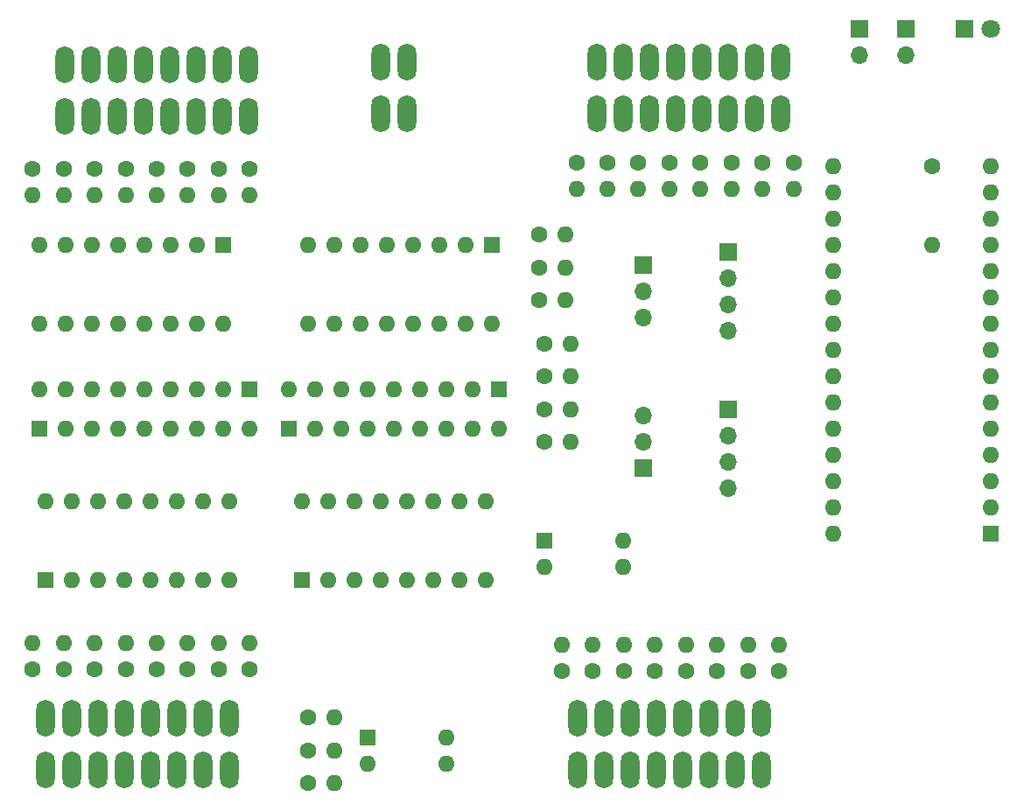
<source format=gbr>
%TF.GenerationSoftware,KiCad,Pcbnew,5.1.8-db9833491~88~ubuntu18.04.1*%
%TF.CreationDate,2021-01-18T16:59:19+01:00*%
%TF.ProjectId,Mqtt32input,4d717474-3332-4696-9e70-75742e6b6963,rev?*%
%TF.SameCoordinates,Original*%
%TF.FileFunction,Soldermask,Top*%
%TF.FilePolarity,Negative*%
%FSLAX46Y46*%
G04 Gerber Fmt 4.6, Leading zero omitted, Abs format (unit mm)*
G04 Created by KiCad (PCBNEW 5.1.8-db9833491~88~ubuntu18.04.1) date 2021-01-18 16:59:19*
%MOMM*%
%LPD*%
G01*
G04 APERTURE LIST*
%ADD10O,1.600000X1.600000*%
%ADD11C,1.600000*%
%ADD12O,1.700000X1.700000*%
%ADD13R,1.700000X1.700000*%
%ADD14O,1.800000X3.600000*%
%ADD15R,1.600000X1.600000*%
%ADD16R,1.800000X1.800000*%
%ADD17C,1.800000*%
G04 APERTURE END LIST*
D10*
%TO.C,RIN32*%
X125800000Y-85460000D03*
D11*
X125800000Y-88000000D03*
%TD*%
D10*
%TO.C,RIN31*%
X122800000Y-85460000D03*
D11*
X122800000Y-88000000D03*
%TD*%
D10*
%TO.C,RIN30*%
X119800000Y-85460000D03*
D11*
X119800000Y-88000000D03*
%TD*%
D10*
%TO.C,RIN29*%
X116800000Y-85460000D03*
D11*
X116800000Y-88000000D03*
%TD*%
D10*
%TO.C,RIN28*%
X113800000Y-85460000D03*
D11*
X113800000Y-88000000D03*
%TD*%
D10*
%TO.C,RIN27*%
X110800000Y-85460000D03*
D11*
X110800000Y-88000000D03*
%TD*%
D10*
%TO.C,RIN26*%
X107800000Y-85460000D03*
D11*
X107800000Y-88000000D03*
%TD*%
D10*
%TO.C,RIN25*%
X104800000Y-85460000D03*
D11*
X104800000Y-88000000D03*
%TD*%
D10*
%TO.C,RIN24*%
X177000000Y-85660000D03*
D11*
X177000000Y-88200000D03*
%TD*%
D10*
%TO.C,RIN23*%
X174000000Y-85660000D03*
D11*
X174000000Y-88200000D03*
%TD*%
D10*
%TO.C,RIN22*%
X171000000Y-85660000D03*
D11*
X171000000Y-88200000D03*
%TD*%
D10*
%TO.C,RIN21*%
X168000000Y-85660000D03*
D11*
X168000000Y-88200000D03*
%TD*%
D10*
%TO.C,RIN20*%
X165000000Y-85660000D03*
D11*
X165000000Y-88200000D03*
%TD*%
D10*
%TO.C,RIN19*%
X162000000Y-85660000D03*
D11*
X162000000Y-88200000D03*
%TD*%
D10*
%TO.C,RIN18*%
X159000000Y-85660000D03*
D11*
X159000000Y-88200000D03*
%TD*%
D10*
%TO.C,RIN17*%
X156000000Y-85660000D03*
D11*
X156000000Y-88200000D03*
%TD*%
D10*
%TO.C,RIN16*%
X157400000Y-41540000D03*
D11*
X157400000Y-39000000D03*
%TD*%
D10*
%TO.C,RIN15*%
X160400000Y-41540000D03*
D11*
X160400000Y-39000000D03*
%TD*%
D10*
%TO.C,RIN14*%
X163400000Y-41540000D03*
D11*
X163400000Y-39000000D03*
%TD*%
D10*
%TO.C,RIN13*%
X166400000Y-41540000D03*
D11*
X166400000Y-39000000D03*
%TD*%
D10*
%TO.C,RIN12*%
X169400000Y-41540000D03*
D11*
X169400000Y-39000000D03*
%TD*%
D10*
%TO.C,RIN11*%
X172400000Y-41540000D03*
D11*
X172400000Y-39000000D03*
%TD*%
D10*
%TO.C,RIN10*%
X175400000Y-41540000D03*
D11*
X175400000Y-39000000D03*
%TD*%
D10*
%TO.C,RIN9*%
X178400000Y-41540000D03*
D11*
X178400000Y-39000000D03*
%TD*%
D10*
%TO.C,RIN8*%
X104800000Y-42140000D03*
D11*
X104800000Y-39600000D03*
%TD*%
D10*
%TO.C,RIN7*%
X107800000Y-42140000D03*
D11*
X107800000Y-39600000D03*
%TD*%
D10*
%TO.C,RIN6*%
X110800000Y-42140000D03*
D11*
X110800000Y-39600000D03*
%TD*%
D10*
%TO.C,RIN5*%
X113800000Y-42140000D03*
D11*
X113800000Y-39600000D03*
%TD*%
D10*
%TO.C,RIN4*%
X116800000Y-42140000D03*
D11*
X116800000Y-39600000D03*
%TD*%
D10*
%TO.C,RIN3*%
X119800000Y-42140000D03*
D11*
X119800000Y-39600000D03*
%TD*%
D10*
%TO.C,RIN2*%
X122800000Y-42140000D03*
D11*
X122800000Y-39600000D03*
%TD*%
D10*
%TO.C,RIN1*%
X125800000Y-42140000D03*
D11*
X125800000Y-39600000D03*
%TD*%
D12*
%TO.C,J8*%
X163830000Y-63500000D03*
X163830000Y-66040000D03*
D13*
X163830000Y-68580000D03*
%TD*%
D12*
%TO.C,J7*%
X163830000Y-53975000D03*
X163830000Y-51435000D03*
D13*
X163830000Y-48895000D03*
%TD*%
D14*
%TO.C,J4*%
X177165000Y-34250000D03*
X177165000Y-29250000D03*
X174625000Y-34250000D03*
X174625000Y-29250000D03*
X172085000Y-34250000D03*
X172085000Y-29250000D03*
X169545000Y-34250000D03*
X169545000Y-29250000D03*
X167005000Y-34250000D03*
X167005000Y-29250000D03*
X164465000Y-34250000D03*
X164465000Y-29250000D03*
X161925000Y-34250000D03*
X161925000Y-29250000D03*
X159385000Y-34250000D03*
X159385000Y-29250000D03*
%TD*%
D10*
%TO.C,U3*%
X130810000Y-71755000D03*
X148590000Y-79375000D03*
X133350000Y-71755000D03*
X146050000Y-79375000D03*
X135890000Y-71755000D03*
X143510000Y-79375000D03*
X138430000Y-71755000D03*
X140970000Y-79375000D03*
X140970000Y-71755000D03*
X138430000Y-79375000D03*
X143510000Y-71755000D03*
X135890000Y-79375000D03*
X146050000Y-71755000D03*
X133350000Y-79375000D03*
X148590000Y-71755000D03*
D15*
X130810000Y-79375000D03*
%TD*%
D10*
%TO.C,U1*%
X123190000Y-54610000D03*
X105410000Y-46990000D03*
X120650000Y-54610000D03*
X107950000Y-46990000D03*
X118110000Y-54610000D03*
X110490000Y-46990000D03*
X115570000Y-54610000D03*
X113030000Y-46990000D03*
X113030000Y-54610000D03*
X115570000Y-46990000D03*
X110490000Y-54610000D03*
X118110000Y-46990000D03*
X107950000Y-54610000D03*
X120650000Y-46990000D03*
X105410000Y-54610000D03*
D15*
X123190000Y-46990000D03*
%TD*%
D10*
%TO.C,SW2*%
X161925000Y-75565000D03*
X154305000Y-78105000D03*
X161925000Y-78105000D03*
D15*
X154305000Y-75565000D03*
%TD*%
D10*
%TO.C,RN10*%
X125730000Y-64770000D03*
X123190000Y-64770000D03*
X120650000Y-64770000D03*
X118110000Y-64770000D03*
X115570000Y-64770000D03*
X113030000Y-64770000D03*
X110490000Y-64770000D03*
X107950000Y-64770000D03*
D15*
X105410000Y-64770000D03*
%TD*%
D10*
%TO.C,RN7*%
X149860000Y-64770000D03*
X147320000Y-64770000D03*
X144780000Y-64770000D03*
X142240000Y-64770000D03*
X139700000Y-64770000D03*
X137160000Y-64770000D03*
X134620000Y-64770000D03*
X132080000Y-64770000D03*
D15*
X129540000Y-64770000D03*
%TD*%
D10*
%TO.C,RN4*%
X129540000Y-60960000D03*
X132080000Y-60960000D03*
X134620000Y-60960000D03*
X137160000Y-60960000D03*
X139700000Y-60960000D03*
X142240000Y-60960000D03*
X144780000Y-60960000D03*
X147320000Y-60960000D03*
D15*
X149860000Y-60960000D03*
%TD*%
D10*
%TO.C,RN1*%
X105410000Y-60960000D03*
X107950000Y-60960000D03*
X110490000Y-60960000D03*
X113030000Y-60960000D03*
X115570000Y-60960000D03*
X118110000Y-60960000D03*
X120650000Y-60960000D03*
X123190000Y-60960000D03*
D15*
X125730000Y-60960000D03*
%TD*%
D10*
%TO.C,R11*%
X156845000Y-56515000D03*
D11*
X154305000Y-56515000D03*
%TD*%
D10*
%TO.C,R10*%
X156845000Y-66040000D03*
D11*
X154305000Y-66040000D03*
%TD*%
D10*
%TO.C,R9*%
X156845000Y-62865000D03*
D11*
X154305000Y-62865000D03*
%TD*%
D10*
%TO.C,R8*%
X156845000Y-59690000D03*
D11*
X154305000Y-59690000D03*
%TD*%
D12*
%TO.C,J10*%
X172085000Y-70485000D03*
X172085000Y-67945000D03*
X172085000Y-65405000D03*
D13*
X172085000Y-62865000D03*
%TD*%
D14*
%TO.C,J9*%
X123825000Y-97750000D03*
X123825000Y-92750000D03*
X121285000Y-97750000D03*
X121285000Y-92750000D03*
X118745000Y-97750000D03*
X118745000Y-92750000D03*
X116205000Y-97750000D03*
X116205000Y-92750000D03*
X113665000Y-97750000D03*
X113665000Y-92750000D03*
X111125000Y-97750000D03*
X111125000Y-92750000D03*
X108585000Y-97750000D03*
X108585000Y-92750000D03*
X106045000Y-97750000D03*
X106045000Y-92750000D03*
%TD*%
D12*
%TO.C,J6*%
X172085000Y-55245000D03*
X172085000Y-52705000D03*
X172085000Y-50165000D03*
D13*
X172085000Y-47625000D03*
%TD*%
D14*
%TO.C,J5*%
X175260000Y-97750000D03*
X175260000Y-92750000D03*
X172720000Y-97750000D03*
X172720000Y-92750000D03*
X170180000Y-97750000D03*
X170180000Y-92750000D03*
X167640000Y-97750000D03*
X167640000Y-92750000D03*
X165100000Y-97750000D03*
X165100000Y-92750000D03*
X162560000Y-97750000D03*
X162560000Y-92750000D03*
X160020000Y-97750000D03*
X160020000Y-92750000D03*
X157480000Y-97750000D03*
X157480000Y-92750000D03*
%TD*%
D12*
%TO.C,J3*%
X189230000Y-28575000D03*
D13*
X189230000Y-26035000D03*
%TD*%
D12*
%TO.C,J2*%
X184785000Y-28575000D03*
D13*
X184785000Y-26035000D03*
%TD*%
D15*
%TO.C,A1*%
X197485000Y-74930000D03*
D10*
X182245000Y-41910000D03*
X197485000Y-72390000D03*
X182245000Y-44450000D03*
X197485000Y-69850000D03*
X182245000Y-46990000D03*
X197485000Y-67310000D03*
X182245000Y-49530000D03*
X197485000Y-64770000D03*
X182245000Y-52070000D03*
X197485000Y-62230000D03*
X182245000Y-54610000D03*
X197485000Y-59690000D03*
X182245000Y-57150000D03*
X197485000Y-57150000D03*
X182245000Y-59690000D03*
X197485000Y-54610000D03*
X182245000Y-62230000D03*
X197485000Y-52070000D03*
X182245000Y-64770000D03*
X197485000Y-49530000D03*
X182245000Y-67310000D03*
X197485000Y-46990000D03*
X182245000Y-69850000D03*
X197485000Y-44450000D03*
X182245000Y-72390000D03*
X197485000Y-41910000D03*
X182245000Y-74930000D03*
X197485000Y-39370000D03*
X182245000Y-39370000D03*
%TD*%
%TO.C,R1*%
X156345000Y-52315000D03*
D11*
X153805000Y-52315000D03*
%TD*%
%TO.C,R2*%
X153805000Y-49140000D03*
D10*
X156345000Y-49140000D03*
%TD*%
D11*
%TO.C,R3*%
X153805000Y-45965000D03*
D10*
X156345000Y-45965000D03*
%TD*%
D15*
%TO.C,U2*%
X149225000Y-46990000D03*
D10*
X131445000Y-54610000D03*
X146685000Y-46990000D03*
X133985000Y-54610000D03*
X144145000Y-46990000D03*
X136525000Y-54610000D03*
X141605000Y-46990000D03*
X139065000Y-54610000D03*
X139065000Y-46990000D03*
X141605000Y-54610000D03*
X136525000Y-46990000D03*
X144145000Y-54610000D03*
X133985000Y-46990000D03*
X146685000Y-54610000D03*
X131445000Y-46990000D03*
X149225000Y-54610000D03*
%TD*%
%TO.C,U4*%
X106045000Y-71755000D03*
X123825000Y-79375000D03*
X108585000Y-71755000D03*
X121285000Y-79375000D03*
X111125000Y-71755000D03*
X118745000Y-79375000D03*
X113665000Y-71755000D03*
X116205000Y-79375000D03*
X116205000Y-71755000D03*
X113665000Y-79375000D03*
X118745000Y-71755000D03*
X111125000Y-79375000D03*
X121285000Y-71755000D03*
X108585000Y-79375000D03*
X123825000Y-71755000D03*
D15*
X106045000Y-79375000D03*
%TD*%
D11*
%TO.C,R4*%
X131445000Y-92710000D03*
D10*
X133985000Y-92710000D03*
%TD*%
%TO.C,R5*%
X133985000Y-95885000D03*
D11*
X131445000Y-95885000D03*
%TD*%
%TO.C,R6*%
X131445000Y-99060000D03*
D10*
X133985000Y-99060000D03*
%TD*%
D15*
%TO.C,SW1*%
X137160000Y-94615000D03*
D10*
X144780000Y-97155000D03*
X137160000Y-97155000D03*
X144780000Y-94615000D03*
%TD*%
D16*
%TO.C,D1*%
X194945000Y-26035000D03*
D17*
X197485000Y-26035000D03*
%TD*%
D14*
%TO.C,J1*%
X107910000Y-29500000D03*
X107910000Y-34500000D03*
X110450000Y-29500000D03*
X110450000Y-34500000D03*
X112990000Y-29500000D03*
X112990000Y-34500000D03*
X115530000Y-29500000D03*
X115530000Y-34500000D03*
X118070000Y-29500000D03*
X118070000Y-34500000D03*
X120610000Y-29500000D03*
X120610000Y-34500000D03*
X123150000Y-29500000D03*
X123150000Y-34500000D03*
X125690000Y-29500000D03*
X125690000Y-34500000D03*
%TD*%
D11*
%TO.C,R7*%
X191770000Y-39370000D03*
D10*
X191770000Y-46990000D03*
%TD*%
D14*
%TO.C,X1*%
X140970000Y-34250000D03*
X140970000Y-29250000D03*
X138430000Y-34250000D03*
X138430000Y-29250000D03*
%TD*%
M02*

</source>
